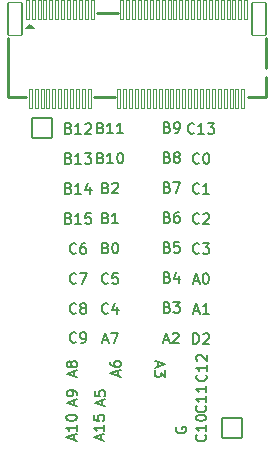
<source format=gbr>
G04 #@! TF.GenerationSoftware,KiCad,Pcbnew,(6.0.1)*
G04 #@! TF.CreationDate,2022-02-14T15:35:13+08:00*
G04 #@! TF.ProjectId,Test_Board,54657374-5f42-46f6-9172-642e6b696361,rev?*
G04 #@! TF.SameCoordinates,Original*
G04 #@! TF.FileFunction,Legend,Top*
G04 #@! TF.FilePolarity,Positive*
%FSLAX46Y46*%
G04 Gerber Fmt 4.6, Leading zero omitted, Abs format (unit mm)*
G04 Created by KiCad (PCBNEW (6.0.1)) date 2022-02-14 15:35:13*
%MOMM*%
%LPD*%
G01*
G04 APERTURE LIST*
G04 Aperture macros list*
%AMRoundRect*
0 Rectangle with rounded corners*
0 $1 Rounding radius*
0 $2 $3 $4 $5 $6 $7 $8 $9 X,Y pos of 4 corners*
0 Add a 4 corners polygon primitive as box body*
4,1,4,$2,$3,$4,$5,$6,$7,$8,$9,$2,$3,0*
0 Add four circle primitives for the rounded corners*
1,1,$1+$1,$2,$3*
1,1,$1+$1,$4,$5*
1,1,$1+$1,$6,$7*
1,1,$1+$1,$8,$9*
0 Add four rect primitives between the rounded corners*
20,1,$1+$1,$2,$3,$4,$5,0*
20,1,$1+$1,$4,$5,$6,$7,0*
20,1,$1+$1,$6,$7,$8,$9,0*
20,1,$1+$1,$8,$9,$2,$3,0*%
G04 Aperture macros list end*
%ADD10C,0.127000*%
%ADD11C,0.005100*%
%ADD12C,0.254000*%
%ADD13RoundRect,0.050800X-0.600000X-1.375000X0.600000X-1.375000X0.600000X1.375000X-0.600000X1.375000X0*%
%ADD14RoundRect,0.050800X-0.150000X-0.775000X0.150000X-0.775000X0.150000X0.775000X-0.150000X0.775000X0*%
%ADD15C,1.201600*%
%ADD16C,1.701600*%
%ADD17RoundRect,0.050800X0.850000X0.850000X-0.850000X0.850000X-0.850000X-0.850000X0.850000X-0.850000X0*%
%ADD18O,1.801600X1.801600*%
%ADD19O,1.101600X1.701600*%
%ADD20O,1.101600X2.201600*%
%ADD21C,0.751600*%
%ADD22RoundRect,0.050800X-0.850000X-0.850000X0.850000X-0.850000X0.850000X0.850000X-0.850000X0.850000X0*%
G04 APERTURE END LIST*
D10*
X130698696Y-81979567D02*
X130698696Y-82402900D01*
X130444696Y-81894900D02*
X131333696Y-82191233D01*
X130444696Y-82487567D01*
X131333696Y-82699233D02*
X131333696Y-83249567D01*
X130995029Y-82953233D01*
X130995029Y-83080233D01*
X130952696Y-83164900D01*
X130910363Y-83207233D01*
X130825696Y-83249567D01*
X130614029Y-83249567D01*
X130529363Y-83207233D01*
X130487029Y-83164900D01*
X130444696Y-83080233D01*
X130444696Y-82826233D01*
X130487029Y-82741567D01*
X130529363Y-82699233D01*
X127312029Y-83173367D02*
X127312029Y-82750033D01*
X127566029Y-83258033D02*
X126677029Y-82961700D01*
X127566029Y-82665367D01*
X126677029Y-81988033D02*
X126677029Y-82157367D01*
X126719363Y-82242033D01*
X126761696Y-82284367D01*
X126888696Y-82369033D01*
X127058029Y-82411367D01*
X127396696Y-82411367D01*
X127481363Y-82369033D01*
X127523696Y-82326700D01*
X127566029Y-82242033D01*
X127566029Y-82072700D01*
X127523696Y-81988033D01*
X127481363Y-81945700D01*
X127396696Y-81903367D01*
X127185029Y-81903367D01*
X127100363Y-81945700D01*
X127058029Y-81988033D01*
X127015696Y-82072700D01*
X127015696Y-82242033D01*
X127058029Y-82326700D01*
X127100363Y-82369033D01*
X127185029Y-82411367D01*
X125940421Y-88600500D02*
X125940421Y-88177167D01*
X126194421Y-88685167D02*
X125305421Y-88388833D01*
X126194421Y-88092500D01*
X126194421Y-87330500D02*
X126194421Y-87838500D01*
X126194421Y-87584500D02*
X125305421Y-87584500D01*
X125432421Y-87669167D01*
X125517088Y-87753833D01*
X125559421Y-87838500D01*
X125305421Y-86526167D02*
X125305421Y-86949500D01*
X125728755Y-86991833D01*
X125686421Y-86949500D01*
X125644088Y-86864833D01*
X125644088Y-86653167D01*
X125686421Y-86568500D01*
X125728755Y-86526167D01*
X125813421Y-86483833D01*
X126025088Y-86483833D01*
X126109755Y-86526167D01*
X126152088Y-86568500D01*
X126194421Y-86653167D01*
X126194421Y-86864833D01*
X126152088Y-86949500D01*
X126109755Y-86991833D01*
X125991221Y-85687967D02*
X125991221Y-85264633D01*
X126245221Y-85772633D02*
X125356221Y-85476300D01*
X126245221Y-85179967D01*
X125356221Y-84460300D02*
X125356221Y-84883633D01*
X125779555Y-84925967D01*
X125737221Y-84883633D01*
X125694888Y-84798967D01*
X125694888Y-84587300D01*
X125737221Y-84502633D01*
X125779555Y-84460300D01*
X125864221Y-84417967D01*
X126075888Y-84417967D01*
X126160555Y-84460300D01*
X126202888Y-84502633D01*
X126245221Y-84587300D01*
X126245221Y-84798967D01*
X126202888Y-84883633D01*
X126160555Y-84925967D01*
X132281963Y-87537933D02*
X132239629Y-87622600D01*
X132239629Y-87749600D01*
X132281963Y-87876600D01*
X132366629Y-87961267D01*
X132451296Y-88003600D01*
X132620629Y-88045933D01*
X132747629Y-88045933D01*
X132916963Y-88003600D01*
X133001629Y-87961267D01*
X133086296Y-87876600D01*
X133128629Y-87749600D01*
X133128629Y-87664933D01*
X133086296Y-87537933D01*
X133043963Y-87495600D01*
X132747629Y-87495600D01*
X132747629Y-87664933D01*
X134229296Y-70232067D02*
X134186963Y-70274400D01*
X134059963Y-70316733D01*
X133975296Y-70316733D01*
X133848296Y-70274400D01*
X133763629Y-70189733D01*
X133721296Y-70105067D01*
X133678963Y-69935733D01*
X133678963Y-69808733D01*
X133721296Y-69639400D01*
X133763629Y-69554733D01*
X133848296Y-69470067D01*
X133975296Y-69427733D01*
X134059963Y-69427733D01*
X134186963Y-69470067D01*
X134229296Y-69512400D01*
X134567963Y-69512400D02*
X134610296Y-69470067D01*
X134694963Y-69427733D01*
X134906629Y-69427733D01*
X134991296Y-69470067D01*
X135033629Y-69512400D01*
X135075963Y-69597067D01*
X135075963Y-69681733D01*
X135033629Y-69808733D01*
X134525629Y-70316733D01*
X135075963Y-70316733D01*
X134229296Y-65152067D02*
X134186963Y-65194400D01*
X134059963Y-65236733D01*
X133975296Y-65236733D01*
X133848296Y-65194400D01*
X133763629Y-65109733D01*
X133721296Y-65025067D01*
X133678963Y-64855733D01*
X133678963Y-64728733D01*
X133721296Y-64559400D01*
X133763629Y-64474733D01*
X133848296Y-64390067D01*
X133975296Y-64347733D01*
X134059963Y-64347733D01*
X134186963Y-64390067D01*
X134229296Y-64432400D01*
X134779629Y-64347733D02*
X134864296Y-64347733D01*
X134948963Y-64390067D01*
X134991296Y-64432400D01*
X135033629Y-64517067D01*
X135075963Y-64686400D01*
X135075963Y-64898067D01*
X135033629Y-65067400D01*
X134991296Y-65152067D01*
X134948963Y-65194400D01*
X134864296Y-65236733D01*
X134779629Y-65236733D01*
X134694963Y-65194400D01*
X134652629Y-65152067D01*
X134610296Y-65067400D01*
X134567963Y-64898067D01*
X134567963Y-64686400D01*
X134610296Y-64517067D01*
X134652629Y-64432400D01*
X134694963Y-64390067D01*
X134779629Y-64347733D01*
X133805963Y-62586667D02*
X133763629Y-62629000D01*
X133636629Y-62671333D01*
X133551963Y-62671333D01*
X133424963Y-62629000D01*
X133340296Y-62544333D01*
X133297963Y-62459667D01*
X133255629Y-62290333D01*
X133255629Y-62163333D01*
X133297963Y-61994000D01*
X133340296Y-61909333D01*
X133424963Y-61824667D01*
X133551963Y-61782333D01*
X133636629Y-61782333D01*
X133763629Y-61824667D01*
X133805963Y-61867000D01*
X134652629Y-62671333D02*
X134144629Y-62671333D01*
X134398629Y-62671333D02*
X134398629Y-61782333D01*
X134313963Y-61909333D01*
X134229296Y-61994000D01*
X134144629Y-62036333D01*
X134948963Y-61782333D02*
X135499296Y-61782333D01*
X135202963Y-62121000D01*
X135329963Y-62121000D01*
X135414629Y-62163333D01*
X135456963Y-62205667D01*
X135499296Y-62290333D01*
X135499296Y-62502000D01*
X135456963Y-62586667D01*
X135414629Y-62629000D01*
X135329963Y-62671333D01*
X135075963Y-62671333D01*
X134991296Y-62629000D01*
X134948963Y-62586667D01*
X131503029Y-64694867D02*
X131630029Y-64737200D01*
X131672363Y-64779533D01*
X131714696Y-64864200D01*
X131714696Y-64991200D01*
X131672363Y-65075867D01*
X131630029Y-65118200D01*
X131545363Y-65160533D01*
X131206696Y-65160533D01*
X131206696Y-64271533D01*
X131503029Y-64271533D01*
X131587696Y-64313867D01*
X131630029Y-64356200D01*
X131672363Y-64440867D01*
X131672363Y-64525533D01*
X131630029Y-64610200D01*
X131587696Y-64652533D01*
X131503029Y-64694867D01*
X131206696Y-64694867D01*
X132222696Y-64652533D02*
X132138029Y-64610200D01*
X132095696Y-64567867D01*
X132053363Y-64483200D01*
X132053363Y-64440867D01*
X132095696Y-64356200D01*
X132138029Y-64313867D01*
X132222696Y-64271533D01*
X132392029Y-64271533D01*
X132476696Y-64313867D01*
X132519029Y-64356200D01*
X132561363Y-64440867D01*
X132561363Y-64483200D01*
X132519029Y-64567867D01*
X132476696Y-64610200D01*
X132392029Y-64652533D01*
X132222696Y-64652533D01*
X132138029Y-64694867D01*
X132095696Y-64737200D01*
X132053363Y-64821867D01*
X132053363Y-64991200D01*
X132095696Y-65075867D01*
X132138029Y-65118200D01*
X132222696Y-65160533D01*
X132392029Y-65160533D01*
X132476696Y-65118200D01*
X132519029Y-65075867D01*
X132561363Y-64991200D01*
X132561363Y-64821867D01*
X132519029Y-64737200D01*
X132476696Y-64694867D01*
X132392029Y-64652533D01*
X131503029Y-77394867D02*
X131630029Y-77437200D01*
X131672363Y-77479533D01*
X131714696Y-77564200D01*
X131714696Y-77691200D01*
X131672363Y-77775867D01*
X131630029Y-77818200D01*
X131545363Y-77860533D01*
X131206696Y-77860533D01*
X131206696Y-76971533D01*
X131503029Y-76971533D01*
X131587696Y-77013867D01*
X131630029Y-77056200D01*
X131672363Y-77140867D01*
X131672363Y-77225533D01*
X131630029Y-77310200D01*
X131587696Y-77352533D01*
X131503029Y-77394867D01*
X131206696Y-77394867D01*
X132011029Y-76971533D02*
X132561363Y-76971533D01*
X132265029Y-77310200D01*
X132392029Y-77310200D01*
X132476696Y-77352533D01*
X132519029Y-77394867D01*
X132561363Y-77479533D01*
X132561363Y-77691200D01*
X132519029Y-77775867D01*
X132476696Y-77818200D01*
X132392029Y-77860533D01*
X132138029Y-77860533D01*
X132053363Y-77818200D01*
X132011029Y-77775867D01*
X133742463Y-77682733D02*
X134165796Y-77682733D01*
X133657796Y-77936733D02*
X133954129Y-77047733D01*
X134250463Y-77936733D01*
X135012463Y-77936733D02*
X134504463Y-77936733D01*
X134758463Y-77936733D02*
X134758463Y-77047733D01*
X134673796Y-77174733D01*
X134589129Y-77259400D01*
X134504463Y-77301733D01*
X131503029Y-74854867D02*
X131630029Y-74897200D01*
X131672363Y-74939533D01*
X131714696Y-75024200D01*
X131714696Y-75151200D01*
X131672363Y-75235867D01*
X131630029Y-75278200D01*
X131545363Y-75320533D01*
X131206696Y-75320533D01*
X131206696Y-74431533D01*
X131503029Y-74431533D01*
X131587696Y-74473867D01*
X131630029Y-74516200D01*
X131672363Y-74600867D01*
X131672363Y-74685533D01*
X131630029Y-74770200D01*
X131587696Y-74812533D01*
X131503029Y-74854867D01*
X131206696Y-74854867D01*
X132476696Y-74727867D02*
X132476696Y-75320533D01*
X132265029Y-74389200D02*
X132053363Y-75024200D01*
X132603696Y-75024200D01*
X133742463Y-75142733D02*
X134165796Y-75142733D01*
X133657796Y-75396733D02*
X133954129Y-74507733D01*
X134250463Y-75396733D01*
X134716129Y-74507733D02*
X134800796Y-74507733D01*
X134885463Y-74550067D01*
X134927796Y-74592400D01*
X134970129Y-74677067D01*
X135012463Y-74846400D01*
X135012463Y-75058067D01*
X134970129Y-75227400D01*
X134927796Y-75312067D01*
X134885463Y-75354400D01*
X134800796Y-75396733D01*
X134716129Y-75396733D01*
X134631463Y-75354400D01*
X134589129Y-75312067D01*
X134546796Y-75227400D01*
X134504463Y-75058067D01*
X134504463Y-74846400D01*
X134546796Y-74677067D01*
X134589129Y-74592400D01*
X134631463Y-74550067D01*
X134716129Y-74507733D01*
X131503029Y-72314867D02*
X131630029Y-72357200D01*
X131672363Y-72399533D01*
X131714696Y-72484200D01*
X131714696Y-72611200D01*
X131672363Y-72695867D01*
X131630029Y-72738200D01*
X131545363Y-72780533D01*
X131206696Y-72780533D01*
X131206696Y-71891533D01*
X131503029Y-71891533D01*
X131587696Y-71933867D01*
X131630029Y-71976200D01*
X131672363Y-72060867D01*
X131672363Y-72145533D01*
X131630029Y-72230200D01*
X131587696Y-72272533D01*
X131503029Y-72314867D01*
X131206696Y-72314867D01*
X132519029Y-71891533D02*
X132095696Y-71891533D01*
X132053363Y-72314867D01*
X132095696Y-72272533D01*
X132180363Y-72230200D01*
X132392029Y-72230200D01*
X132476696Y-72272533D01*
X132519029Y-72314867D01*
X132561363Y-72399533D01*
X132561363Y-72611200D01*
X132519029Y-72695867D01*
X132476696Y-72738200D01*
X132392029Y-72780533D01*
X132180363Y-72780533D01*
X132095696Y-72738200D01*
X132053363Y-72695867D01*
X131503029Y-67234867D02*
X131630029Y-67277200D01*
X131672363Y-67319533D01*
X131714696Y-67404200D01*
X131714696Y-67531200D01*
X131672363Y-67615867D01*
X131630029Y-67658200D01*
X131545363Y-67700533D01*
X131206696Y-67700533D01*
X131206696Y-66811533D01*
X131503029Y-66811533D01*
X131587696Y-66853867D01*
X131630029Y-66896200D01*
X131672363Y-66980867D01*
X131672363Y-67065533D01*
X131630029Y-67150200D01*
X131587696Y-67192533D01*
X131503029Y-67234867D01*
X131206696Y-67234867D01*
X132011029Y-66811533D02*
X132603696Y-66811533D01*
X132222696Y-67700533D01*
X134229296Y-67692067D02*
X134186963Y-67734400D01*
X134059963Y-67776733D01*
X133975296Y-67776733D01*
X133848296Y-67734400D01*
X133763629Y-67649733D01*
X133721296Y-67565067D01*
X133678963Y-67395733D01*
X133678963Y-67268733D01*
X133721296Y-67099400D01*
X133763629Y-67014733D01*
X133848296Y-66930067D01*
X133975296Y-66887733D01*
X134059963Y-66887733D01*
X134186963Y-66930067D01*
X134229296Y-66972400D01*
X135075963Y-67776733D02*
X134567963Y-67776733D01*
X134821963Y-67776733D02*
X134821963Y-66887733D01*
X134737296Y-67014733D01*
X134652629Y-67099400D01*
X134567963Y-67141733D01*
X131503029Y-62154867D02*
X131630029Y-62197200D01*
X131672363Y-62239533D01*
X131714696Y-62324200D01*
X131714696Y-62451200D01*
X131672363Y-62535867D01*
X131630029Y-62578200D01*
X131545363Y-62620533D01*
X131206696Y-62620533D01*
X131206696Y-61731533D01*
X131503029Y-61731533D01*
X131587696Y-61773867D01*
X131630029Y-61816200D01*
X131672363Y-61900867D01*
X131672363Y-61985533D01*
X131630029Y-62070200D01*
X131587696Y-62112533D01*
X131503029Y-62154867D01*
X131206696Y-62154867D01*
X132138029Y-62620533D02*
X132307363Y-62620533D01*
X132392029Y-62578200D01*
X132434363Y-62535867D01*
X132519029Y-62408867D01*
X132561363Y-62239533D01*
X132561363Y-61900867D01*
X132519029Y-61816200D01*
X132476696Y-61773867D01*
X132392029Y-61731533D01*
X132222696Y-61731533D01*
X132138029Y-61773867D01*
X132095696Y-61816200D01*
X132053363Y-61900867D01*
X132053363Y-62112533D01*
X132095696Y-62197200D01*
X132138029Y-62239533D01*
X132222696Y-62281867D01*
X132392029Y-62281867D01*
X132476696Y-62239533D01*
X132519029Y-62197200D01*
X132561363Y-62112533D01*
X134229296Y-72772067D02*
X134186963Y-72814400D01*
X134059963Y-72856733D01*
X133975296Y-72856733D01*
X133848296Y-72814400D01*
X133763629Y-72729733D01*
X133721296Y-72645067D01*
X133678963Y-72475733D01*
X133678963Y-72348733D01*
X133721296Y-72179400D01*
X133763629Y-72094733D01*
X133848296Y-72010067D01*
X133975296Y-71967733D01*
X134059963Y-71967733D01*
X134186963Y-72010067D01*
X134229296Y-72052400D01*
X134525629Y-71967733D02*
X135075963Y-71967733D01*
X134779629Y-72306400D01*
X134906629Y-72306400D01*
X134991296Y-72348733D01*
X135033629Y-72391067D01*
X135075963Y-72475733D01*
X135075963Y-72687400D01*
X135033629Y-72772067D01*
X134991296Y-72814400D01*
X134906629Y-72856733D01*
X134652629Y-72856733D01*
X134567963Y-72814400D01*
X134525629Y-72772067D01*
X131503029Y-69774867D02*
X131630029Y-69817200D01*
X131672363Y-69859533D01*
X131714696Y-69944200D01*
X131714696Y-70071200D01*
X131672363Y-70155867D01*
X131630029Y-70198200D01*
X131545363Y-70240533D01*
X131206696Y-70240533D01*
X131206696Y-69351533D01*
X131503029Y-69351533D01*
X131587696Y-69393867D01*
X131630029Y-69436200D01*
X131672363Y-69520867D01*
X131672363Y-69605533D01*
X131630029Y-69690200D01*
X131587696Y-69732533D01*
X131503029Y-69774867D01*
X131206696Y-69774867D01*
X132476696Y-69351533D02*
X132307363Y-69351533D01*
X132222696Y-69393867D01*
X132180363Y-69436200D01*
X132095696Y-69563200D01*
X132053363Y-69732533D01*
X132053363Y-70071200D01*
X132095696Y-70155867D01*
X132138029Y-70198200D01*
X132222696Y-70240533D01*
X132392029Y-70240533D01*
X132476696Y-70198200D01*
X132519029Y-70155867D01*
X132561363Y-70071200D01*
X132561363Y-69859533D01*
X132519029Y-69774867D01*
X132476696Y-69732533D01*
X132392029Y-69690200D01*
X132222696Y-69690200D01*
X132138029Y-69732533D01*
X132095696Y-69774867D01*
X132053363Y-69859533D01*
X126321429Y-67260267D02*
X126448429Y-67302600D01*
X126490763Y-67344933D01*
X126533096Y-67429600D01*
X126533096Y-67556600D01*
X126490763Y-67641267D01*
X126448429Y-67683600D01*
X126363763Y-67725933D01*
X126025096Y-67725933D01*
X126025096Y-66836933D01*
X126321429Y-66836933D01*
X126406096Y-66879267D01*
X126448429Y-66921600D01*
X126490763Y-67006267D01*
X126490763Y-67090933D01*
X126448429Y-67175600D01*
X126406096Y-67217933D01*
X126321429Y-67260267D01*
X126025096Y-67260267D01*
X126871763Y-66921600D02*
X126914096Y-66879267D01*
X126998763Y-66836933D01*
X127210429Y-66836933D01*
X127295096Y-66879267D01*
X127337429Y-66921600D01*
X127379763Y-67006267D01*
X127379763Y-67090933D01*
X127337429Y-67217933D01*
X126829429Y-67725933D01*
X127379763Y-67725933D01*
X126533096Y-77826667D02*
X126490763Y-77869000D01*
X126363763Y-77911333D01*
X126279096Y-77911333D01*
X126152096Y-77869000D01*
X126067429Y-77784333D01*
X126025096Y-77699667D01*
X125982763Y-77530333D01*
X125982763Y-77403333D01*
X126025096Y-77234000D01*
X126067429Y-77149333D01*
X126152096Y-77064667D01*
X126279096Y-77022333D01*
X126363763Y-77022333D01*
X126490763Y-77064667D01*
X126533096Y-77107000D01*
X127295096Y-77318667D02*
X127295096Y-77911333D01*
X127083429Y-76980000D02*
X126871763Y-77615000D01*
X127422096Y-77615000D01*
X126321429Y-69800267D02*
X126448429Y-69842600D01*
X126490763Y-69884933D01*
X126533096Y-69969600D01*
X126533096Y-70096600D01*
X126490763Y-70181267D01*
X126448429Y-70223600D01*
X126363763Y-70265933D01*
X126025096Y-70265933D01*
X126025096Y-69376933D01*
X126321429Y-69376933D01*
X126406096Y-69419267D01*
X126448429Y-69461600D01*
X126490763Y-69546267D01*
X126490763Y-69630933D01*
X126448429Y-69715600D01*
X126406096Y-69757933D01*
X126321429Y-69800267D01*
X126025096Y-69800267D01*
X127379763Y-70265933D02*
X126871763Y-70265933D01*
X127125763Y-70265933D02*
X127125763Y-69376933D01*
X127041096Y-69503933D01*
X126956429Y-69588600D01*
X126871763Y-69630933D01*
X125898096Y-62180267D02*
X126025096Y-62222600D01*
X126067429Y-62264933D01*
X126109763Y-62349600D01*
X126109763Y-62476600D01*
X126067429Y-62561267D01*
X126025096Y-62603600D01*
X125940429Y-62645933D01*
X125601763Y-62645933D01*
X125601763Y-61756933D01*
X125898096Y-61756933D01*
X125982763Y-61799267D01*
X126025096Y-61841600D01*
X126067429Y-61926267D01*
X126067429Y-62010933D01*
X126025096Y-62095600D01*
X125982763Y-62137933D01*
X125898096Y-62180267D01*
X125601763Y-62180267D01*
X126956429Y-62645933D02*
X126448429Y-62645933D01*
X126702429Y-62645933D02*
X126702429Y-61756933D01*
X126617763Y-61883933D01*
X126533096Y-61968600D01*
X126448429Y-62010933D01*
X127803096Y-62645933D02*
X127295096Y-62645933D01*
X127549096Y-62645933D02*
X127549096Y-61756933D01*
X127464429Y-61883933D01*
X127379763Y-61968600D01*
X127295096Y-62010933D01*
X123815296Y-77826667D02*
X123772963Y-77869000D01*
X123645963Y-77911333D01*
X123561296Y-77911333D01*
X123434296Y-77869000D01*
X123349629Y-77784333D01*
X123307296Y-77699667D01*
X123264963Y-77530333D01*
X123264963Y-77403333D01*
X123307296Y-77234000D01*
X123349629Y-77149333D01*
X123434296Y-77064667D01*
X123561296Y-77022333D01*
X123645963Y-77022333D01*
X123772963Y-77064667D01*
X123815296Y-77107000D01*
X124323296Y-77403333D02*
X124238629Y-77361000D01*
X124196296Y-77318667D01*
X124153963Y-77234000D01*
X124153963Y-77191667D01*
X124196296Y-77107000D01*
X124238629Y-77064667D01*
X124323296Y-77022333D01*
X124492629Y-77022333D01*
X124577296Y-77064667D01*
X124619629Y-77107000D01*
X124661963Y-77191667D01*
X124661963Y-77234000D01*
X124619629Y-77318667D01*
X124577296Y-77361000D01*
X124492629Y-77403333D01*
X124323296Y-77403333D01*
X124238629Y-77445667D01*
X124196296Y-77488000D01*
X124153963Y-77572667D01*
X124153963Y-77742000D01*
X124196296Y-77826667D01*
X124238629Y-77869000D01*
X124323296Y-77911333D01*
X124492629Y-77911333D01*
X124577296Y-77869000D01*
X124619629Y-77826667D01*
X124661963Y-77742000D01*
X124661963Y-77572667D01*
X124619629Y-77488000D01*
X124577296Y-77445667D01*
X124492629Y-77403333D01*
X123815296Y-75286667D02*
X123772963Y-75329000D01*
X123645963Y-75371333D01*
X123561296Y-75371333D01*
X123434296Y-75329000D01*
X123349629Y-75244333D01*
X123307296Y-75159667D01*
X123264963Y-74990333D01*
X123264963Y-74863333D01*
X123307296Y-74694000D01*
X123349629Y-74609333D01*
X123434296Y-74524667D01*
X123561296Y-74482333D01*
X123645963Y-74482333D01*
X123772963Y-74524667D01*
X123815296Y-74567000D01*
X124111629Y-74482333D02*
X124704296Y-74482333D01*
X124323296Y-75371333D01*
X123180296Y-64745667D02*
X123307296Y-64788000D01*
X123349629Y-64830333D01*
X123391963Y-64915000D01*
X123391963Y-65042000D01*
X123349629Y-65126667D01*
X123307296Y-65169000D01*
X123222629Y-65211333D01*
X122883963Y-65211333D01*
X122883963Y-64322333D01*
X123180296Y-64322333D01*
X123264963Y-64364667D01*
X123307296Y-64407000D01*
X123349629Y-64491667D01*
X123349629Y-64576333D01*
X123307296Y-64661000D01*
X123264963Y-64703333D01*
X123180296Y-64745667D01*
X122883963Y-64745667D01*
X124238629Y-65211333D02*
X123730629Y-65211333D01*
X123984629Y-65211333D02*
X123984629Y-64322333D01*
X123899963Y-64449333D01*
X123815296Y-64534000D01*
X123730629Y-64576333D01*
X124534963Y-64322333D02*
X125085296Y-64322333D01*
X124788963Y-64661000D01*
X124915963Y-64661000D01*
X125000629Y-64703333D01*
X125042963Y-64745667D01*
X125085296Y-64830333D01*
X125085296Y-65042000D01*
X125042963Y-65126667D01*
X125000629Y-65169000D01*
X124915963Y-65211333D01*
X124661963Y-65211333D01*
X124577296Y-65169000D01*
X124534963Y-65126667D01*
X123180296Y-62205667D02*
X123307296Y-62248000D01*
X123349629Y-62290333D01*
X123391963Y-62375000D01*
X123391963Y-62502000D01*
X123349629Y-62586667D01*
X123307296Y-62629000D01*
X123222629Y-62671333D01*
X122883963Y-62671333D01*
X122883963Y-61782333D01*
X123180296Y-61782333D01*
X123264963Y-61824667D01*
X123307296Y-61867000D01*
X123349629Y-61951667D01*
X123349629Y-62036333D01*
X123307296Y-62121000D01*
X123264963Y-62163333D01*
X123180296Y-62205667D01*
X122883963Y-62205667D01*
X124238629Y-62671333D02*
X123730629Y-62671333D01*
X123984629Y-62671333D02*
X123984629Y-61782333D01*
X123899963Y-61909333D01*
X123815296Y-61994000D01*
X123730629Y-62036333D01*
X124577296Y-61867000D02*
X124619629Y-61824667D01*
X124704296Y-61782333D01*
X124915963Y-61782333D01*
X125000629Y-61824667D01*
X125042963Y-61867000D01*
X125085296Y-61951667D01*
X125085296Y-62036333D01*
X125042963Y-62163333D01*
X124534963Y-62671333D01*
X125085296Y-62671333D01*
X123180296Y-67285667D02*
X123307296Y-67328000D01*
X123349629Y-67370333D01*
X123391963Y-67455000D01*
X123391963Y-67582000D01*
X123349629Y-67666667D01*
X123307296Y-67709000D01*
X123222629Y-67751333D01*
X122883963Y-67751333D01*
X122883963Y-66862333D01*
X123180296Y-66862333D01*
X123264963Y-66904667D01*
X123307296Y-66947000D01*
X123349629Y-67031667D01*
X123349629Y-67116333D01*
X123307296Y-67201000D01*
X123264963Y-67243333D01*
X123180296Y-67285667D01*
X122883963Y-67285667D01*
X124238629Y-67751333D02*
X123730629Y-67751333D01*
X123984629Y-67751333D02*
X123984629Y-66862333D01*
X123899963Y-66989333D01*
X123815296Y-67074000D01*
X123730629Y-67116333D01*
X125000629Y-67158667D02*
X125000629Y-67751333D01*
X124788963Y-66820000D02*
X124577296Y-67455000D01*
X125127629Y-67455000D01*
X123815296Y-72746667D02*
X123772963Y-72789000D01*
X123645963Y-72831333D01*
X123561296Y-72831333D01*
X123434296Y-72789000D01*
X123349629Y-72704333D01*
X123307296Y-72619667D01*
X123264963Y-72450333D01*
X123264963Y-72323333D01*
X123307296Y-72154000D01*
X123349629Y-72069333D01*
X123434296Y-71984667D01*
X123561296Y-71942333D01*
X123645963Y-71942333D01*
X123772963Y-71984667D01*
X123815296Y-72027000D01*
X124577296Y-71942333D02*
X124407963Y-71942333D01*
X124323296Y-71984667D01*
X124280963Y-72027000D01*
X124196296Y-72154000D01*
X124153963Y-72323333D01*
X124153963Y-72662000D01*
X124196296Y-72746667D01*
X124238629Y-72789000D01*
X124323296Y-72831333D01*
X124492629Y-72831333D01*
X124577296Y-72789000D01*
X124619629Y-72746667D01*
X124661963Y-72662000D01*
X124661963Y-72450333D01*
X124619629Y-72365667D01*
X124577296Y-72323333D01*
X124492629Y-72281000D01*
X124323296Y-72281000D01*
X124238629Y-72323333D01*
X124196296Y-72365667D01*
X124153963Y-72450333D01*
X123180296Y-69825667D02*
X123307296Y-69868000D01*
X123349629Y-69910333D01*
X123391963Y-69995000D01*
X123391963Y-70122000D01*
X123349629Y-70206667D01*
X123307296Y-70249000D01*
X123222629Y-70291333D01*
X122883963Y-70291333D01*
X122883963Y-69402333D01*
X123180296Y-69402333D01*
X123264963Y-69444667D01*
X123307296Y-69487000D01*
X123349629Y-69571667D01*
X123349629Y-69656333D01*
X123307296Y-69741000D01*
X123264963Y-69783333D01*
X123180296Y-69825667D01*
X122883963Y-69825667D01*
X124238629Y-70291333D02*
X123730629Y-70291333D01*
X123984629Y-70291333D02*
X123984629Y-69402333D01*
X123899963Y-69529333D01*
X123815296Y-69614000D01*
X123730629Y-69656333D01*
X125042963Y-69402333D02*
X124619629Y-69402333D01*
X124577296Y-69825667D01*
X124619629Y-69783333D01*
X124704296Y-69741000D01*
X124915963Y-69741000D01*
X125000629Y-69783333D01*
X125042963Y-69825667D01*
X125085296Y-69910333D01*
X125085296Y-70122000D01*
X125042963Y-70206667D01*
X125000629Y-70249000D01*
X124915963Y-70291333D01*
X124704296Y-70291333D01*
X124619629Y-70249000D01*
X124577296Y-70206667D01*
X134745763Y-88189867D02*
X134788096Y-88232200D01*
X134830429Y-88359200D01*
X134830429Y-88443867D01*
X134788096Y-88570867D01*
X134703429Y-88655533D01*
X134618763Y-88697867D01*
X134449429Y-88740200D01*
X134322429Y-88740200D01*
X134153096Y-88697867D01*
X134068429Y-88655533D01*
X133983763Y-88570867D01*
X133941429Y-88443867D01*
X133941429Y-88359200D01*
X133983763Y-88232200D01*
X134026096Y-88189867D01*
X134830429Y-87343200D02*
X134830429Y-87851200D01*
X134830429Y-87597200D02*
X133941429Y-87597200D01*
X134068429Y-87681867D01*
X134153096Y-87766533D01*
X134195429Y-87851200D01*
X133941429Y-86792867D02*
X133941429Y-86708200D01*
X133983763Y-86623533D01*
X134026096Y-86581200D01*
X134110763Y-86538867D01*
X134280096Y-86496533D01*
X134491763Y-86496533D01*
X134661096Y-86538867D01*
X134745763Y-86581200D01*
X134788096Y-86623533D01*
X134830429Y-86708200D01*
X134830429Y-86792867D01*
X134788096Y-86877533D01*
X134745763Y-86919867D01*
X134661096Y-86962200D01*
X134491763Y-87004533D01*
X134280096Y-87004533D01*
X134110763Y-86962200D01*
X134026096Y-86919867D01*
X133983763Y-86877533D01*
X133941429Y-86792867D01*
X123603629Y-88600500D02*
X123603629Y-88177167D01*
X123857629Y-88685167D02*
X122968629Y-88388833D01*
X123857629Y-88092500D01*
X123857629Y-87330500D02*
X123857629Y-87838500D01*
X123857629Y-87584500D02*
X122968629Y-87584500D01*
X123095629Y-87669167D01*
X123180296Y-87753833D01*
X123222629Y-87838500D01*
X122968629Y-86780167D02*
X122968629Y-86695500D01*
X123010963Y-86610833D01*
X123053296Y-86568500D01*
X123137963Y-86526167D01*
X123307296Y-86483833D01*
X123518963Y-86483833D01*
X123688296Y-86526167D01*
X123772963Y-86568500D01*
X123815296Y-86610833D01*
X123857629Y-86695500D01*
X123857629Y-86780167D01*
X123815296Y-86864833D01*
X123772963Y-86907167D01*
X123688296Y-86949500D01*
X123518963Y-86991833D01*
X123307296Y-86991833D01*
X123137963Y-86949500D01*
X123053296Y-86907167D01*
X123010963Y-86864833D01*
X122968629Y-86780167D01*
X134745763Y-85726067D02*
X134788096Y-85768400D01*
X134830429Y-85895400D01*
X134830429Y-85980067D01*
X134788096Y-86107067D01*
X134703429Y-86191733D01*
X134618763Y-86234067D01*
X134449429Y-86276400D01*
X134322429Y-86276400D01*
X134153096Y-86234067D01*
X134068429Y-86191733D01*
X133983763Y-86107067D01*
X133941429Y-85980067D01*
X133941429Y-85895400D01*
X133983763Y-85768400D01*
X134026096Y-85726067D01*
X134830429Y-84879400D02*
X134830429Y-85387400D01*
X134830429Y-85133400D02*
X133941429Y-85133400D01*
X134068429Y-85218067D01*
X134153096Y-85302733D01*
X134195429Y-85387400D01*
X134830429Y-84032733D02*
X134830429Y-84540733D01*
X134830429Y-84286733D02*
X133941429Y-84286733D01*
X134068429Y-84371400D01*
X134153096Y-84456067D01*
X134195429Y-84540733D01*
X123654429Y-85687967D02*
X123654429Y-85264633D01*
X123908429Y-85772633D02*
X123019429Y-85476300D01*
X123908429Y-85179967D01*
X123908429Y-84841300D02*
X123908429Y-84671967D01*
X123866096Y-84587300D01*
X123823763Y-84544967D01*
X123696763Y-84460300D01*
X123527429Y-84417967D01*
X123188763Y-84417967D01*
X123104096Y-84460300D01*
X123061763Y-84502633D01*
X123019429Y-84587300D01*
X123019429Y-84756633D01*
X123061763Y-84841300D01*
X123104096Y-84883633D01*
X123188763Y-84925967D01*
X123400429Y-84925967D01*
X123485096Y-84883633D01*
X123527429Y-84841300D01*
X123569763Y-84756633D01*
X123569763Y-84587300D01*
X123527429Y-84502633D01*
X123485096Y-84460300D01*
X123400429Y-84417967D01*
X134771163Y-83109867D02*
X134813496Y-83152200D01*
X134855829Y-83279200D01*
X134855829Y-83363867D01*
X134813496Y-83490867D01*
X134728829Y-83575533D01*
X134644163Y-83617867D01*
X134474829Y-83660200D01*
X134347829Y-83660200D01*
X134178496Y-83617867D01*
X134093829Y-83575533D01*
X134009163Y-83490867D01*
X133966829Y-83363867D01*
X133966829Y-83279200D01*
X134009163Y-83152200D01*
X134051496Y-83109867D01*
X134855829Y-82263200D02*
X134855829Y-82771200D01*
X134855829Y-82517200D02*
X133966829Y-82517200D01*
X134093829Y-82601867D01*
X134178496Y-82686533D01*
X134220829Y-82771200D01*
X134051496Y-81924533D02*
X134009163Y-81882200D01*
X133966829Y-81797533D01*
X133966829Y-81585867D01*
X134009163Y-81501200D01*
X134051496Y-81458867D01*
X134136163Y-81416533D01*
X134220829Y-81416533D01*
X134347829Y-81458867D01*
X134855829Y-81966867D01*
X134855829Y-81416533D01*
X123629029Y-83198767D02*
X123629029Y-82775433D01*
X123883029Y-83283433D02*
X122994029Y-82987100D01*
X123883029Y-82690767D01*
X123375029Y-82267433D02*
X123332696Y-82352100D01*
X123290363Y-82394433D01*
X123205696Y-82436767D01*
X123163363Y-82436767D01*
X123078696Y-82394433D01*
X123036363Y-82352100D01*
X122994029Y-82267433D01*
X122994029Y-82098100D01*
X123036363Y-82013433D01*
X123078696Y-81971100D01*
X123163363Y-81928767D01*
X123205696Y-81928767D01*
X123290363Y-81971100D01*
X123332696Y-82013433D01*
X123375029Y-82098100D01*
X123375029Y-82267433D01*
X123417363Y-82352100D01*
X123459696Y-82394433D01*
X123544363Y-82436767D01*
X123713696Y-82436767D01*
X123798363Y-82394433D01*
X123840696Y-82352100D01*
X123883029Y-82267433D01*
X123883029Y-82098100D01*
X123840696Y-82013433D01*
X123798363Y-81971100D01*
X123713696Y-81928767D01*
X123544363Y-81928767D01*
X123459696Y-81971100D01*
X123417363Y-82013433D01*
X123375029Y-82098100D01*
X133721296Y-80451333D02*
X133721296Y-79562333D01*
X133932963Y-79562333D01*
X134059963Y-79604667D01*
X134144629Y-79689333D01*
X134186963Y-79774000D01*
X134229296Y-79943333D01*
X134229296Y-80070333D01*
X134186963Y-80239667D01*
X134144629Y-80324333D01*
X134059963Y-80409000D01*
X133932963Y-80451333D01*
X133721296Y-80451333D01*
X134567963Y-79647000D02*
X134610296Y-79604667D01*
X134694963Y-79562333D01*
X134906629Y-79562333D01*
X134991296Y-79604667D01*
X135033629Y-79647000D01*
X135075963Y-79731667D01*
X135075963Y-79816333D01*
X135033629Y-79943333D01*
X134525629Y-80451333D01*
X135075963Y-80451333D01*
X131227863Y-80171933D02*
X131651196Y-80171933D01*
X131143196Y-80425933D02*
X131439529Y-79536933D01*
X131735863Y-80425933D01*
X131989863Y-79621600D02*
X132032196Y-79579267D01*
X132116863Y-79536933D01*
X132328529Y-79536933D01*
X132413196Y-79579267D01*
X132455529Y-79621600D01*
X132497863Y-79706267D01*
X132497863Y-79790933D01*
X132455529Y-79917933D01*
X131947529Y-80425933D01*
X132497863Y-80425933D01*
X126046263Y-80171933D02*
X126469596Y-80171933D01*
X125961596Y-80425933D02*
X126257929Y-79536933D01*
X126554263Y-80425933D01*
X126765929Y-79536933D02*
X127358596Y-79536933D01*
X126977596Y-80425933D01*
X123815296Y-80311422D02*
X123772963Y-80353755D01*
X123645963Y-80396088D01*
X123561296Y-80396088D01*
X123434296Y-80353755D01*
X123349629Y-80269088D01*
X123307296Y-80184422D01*
X123264963Y-80015088D01*
X123264963Y-79888088D01*
X123307296Y-79718755D01*
X123349629Y-79634088D01*
X123434296Y-79549422D01*
X123561296Y-79507088D01*
X123645963Y-79507088D01*
X123772963Y-79549422D01*
X123815296Y-79591755D01*
X124238629Y-80396088D02*
X124407963Y-80396088D01*
X124492629Y-80353755D01*
X124534963Y-80311422D01*
X124619629Y-80184422D01*
X124661963Y-80015088D01*
X124661963Y-79676422D01*
X124619629Y-79591755D01*
X124577296Y-79549422D01*
X124492629Y-79507088D01*
X124323296Y-79507088D01*
X124238629Y-79549422D01*
X124196296Y-79591755D01*
X124153963Y-79676422D01*
X124153963Y-79888088D01*
X124196296Y-79972755D01*
X124238629Y-80015088D01*
X124323296Y-80057422D01*
X124492629Y-80057422D01*
X124577296Y-80015088D01*
X124619629Y-79972755D01*
X124661963Y-79888088D01*
X126533096Y-75286667D02*
X126490763Y-75329000D01*
X126363763Y-75371333D01*
X126279096Y-75371333D01*
X126152096Y-75329000D01*
X126067429Y-75244333D01*
X126025096Y-75159667D01*
X125982763Y-74990333D01*
X125982763Y-74863333D01*
X126025096Y-74694000D01*
X126067429Y-74609333D01*
X126152096Y-74524667D01*
X126279096Y-74482333D01*
X126363763Y-74482333D01*
X126490763Y-74524667D01*
X126533096Y-74567000D01*
X127337429Y-74482333D02*
X126914096Y-74482333D01*
X126871763Y-74905667D01*
X126914096Y-74863333D01*
X126998763Y-74821000D01*
X127210429Y-74821000D01*
X127295096Y-74863333D01*
X127337429Y-74905667D01*
X127379763Y-74990333D01*
X127379763Y-75202000D01*
X127337429Y-75286667D01*
X127295096Y-75329000D01*
X127210429Y-75371333D01*
X126998763Y-75371333D01*
X126914096Y-75329000D01*
X126871763Y-75286667D01*
X126321429Y-72340267D02*
X126448429Y-72382600D01*
X126490763Y-72424933D01*
X126533096Y-72509600D01*
X126533096Y-72636600D01*
X126490763Y-72721267D01*
X126448429Y-72763600D01*
X126363763Y-72805933D01*
X126025096Y-72805933D01*
X126025096Y-71916933D01*
X126321429Y-71916933D01*
X126406096Y-71959267D01*
X126448429Y-72001600D01*
X126490763Y-72086267D01*
X126490763Y-72170933D01*
X126448429Y-72255600D01*
X126406096Y-72297933D01*
X126321429Y-72340267D01*
X126025096Y-72340267D01*
X127083429Y-71916933D02*
X127168096Y-71916933D01*
X127252763Y-71959267D01*
X127295096Y-72001600D01*
X127337429Y-72086267D01*
X127379763Y-72255600D01*
X127379763Y-72467267D01*
X127337429Y-72636600D01*
X127295096Y-72721267D01*
X127252763Y-72763600D01*
X127168096Y-72805933D01*
X127083429Y-72805933D01*
X126998763Y-72763600D01*
X126956429Y-72721267D01*
X126914096Y-72636600D01*
X126871763Y-72467267D01*
X126871763Y-72255600D01*
X126914096Y-72086267D01*
X126956429Y-72001600D01*
X126998763Y-71959267D01*
X127083429Y-71916933D01*
X125898096Y-64720267D02*
X126025096Y-64762600D01*
X126067429Y-64804933D01*
X126109763Y-64889600D01*
X126109763Y-65016600D01*
X126067429Y-65101267D01*
X126025096Y-65143600D01*
X125940429Y-65185933D01*
X125601763Y-65185933D01*
X125601763Y-64296933D01*
X125898096Y-64296933D01*
X125982763Y-64339267D01*
X126025096Y-64381600D01*
X126067429Y-64466267D01*
X126067429Y-64550933D01*
X126025096Y-64635600D01*
X125982763Y-64677933D01*
X125898096Y-64720267D01*
X125601763Y-64720267D01*
X126956429Y-65185933D02*
X126448429Y-65185933D01*
X126702429Y-65185933D02*
X126702429Y-64296933D01*
X126617763Y-64423933D01*
X126533096Y-64508600D01*
X126448429Y-64550933D01*
X127506763Y-64296933D02*
X127591429Y-64296933D01*
X127676096Y-64339267D01*
X127718429Y-64381600D01*
X127760763Y-64466267D01*
X127803096Y-64635600D01*
X127803096Y-64847267D01*
X127760763Y-65016600D01*
X127718429Y-65101267D01*
X127676096Y-65143600D01*
X127591429Y-65185933D01*
X127506763Y-65185933D01*
X127422096Y-65143600D01*
X127379763Y-65101267D01*
X127337429Y-65016600D01*
X127295096Y-64847267D01*
X127295096Y-64635600D01*
X127337429Y-64466267D01*
X127379763Y-64381600D01*
X127422096Y-64339267D01*
X127506763Y-64296933D01*
D11*
X119809062Y-53377866D02*
X119428062Y-53758866D01*
X119428062Y-53758866D02*
X120190062Y-53758866D01*
X120190062Y-53758866D02*
X119809062Y-53377866D01*
G36*
X120190062Y-53758866D02*
G01*
X119428062Y-53758866D01*
X119809062Y-53377866D01*
X120190062Y-53758866D01*
G37*
X120190062Y-53758866D02*
X119428062Y-53758866D01*
X119809062Y-53377866D01*
X120190062Y-53758866D01*
D12*
X118031062Y-59537366D02*
X118031062Y-54587466D01*
X139875062Y-57845666D02*
X139875062Y-59537366D01*
X139875062Y-59537366D02*
X138334162Y-59537366D01*
X125584162Y-52425366D02*
X127321862Y-52425366D01*
X127071962Y-59537366D02*
X125334162Y-59537366D01*
X139875062Y-54587466D02*
X139875062Y-57116866D01*
X119571862Y-59537366D02*
X118031062Y-59537366D01*
%LPC*%
D13*
X139303062Y-52981366D03*
X118603062Y-52981366D03*
D14*
X138202962Y-52206466D03*
X137953062Y-59756366D03*
X137703062Y-52206466D03*
X137453162Y-59756366D03*
X137202962Y-52206466D03*
X136953062Y-59756366D03*
X136703062Y-52206466D03*
X136453162Y-59756366D03*
X136202962Y-52206466D03*
X135953062Y-59756366D03*
X135703062Y-52206466D03*
X135453162Y-59756366D03*
X135202962Y-52206466D03*
X134953062Y-59756366D03*
X134703062Y-52206466D03*
X134453162Y-59756366D03*
X134202962Y-52206466D03*
X133953062Y-59756366D03*
X133703062Y-52206466D03*
X133453162Y-59756366D03*
X133202962Y-52206466D03*
X132953062Y-59756366D03*
X132703062Y-52206466D03*
X132453162Y-59756366D03*
X132202962Y-52206466D03*
X131953062Y-59756366D03*
X131703062Y-52206466D03*
X131453162Y-59756366D03*
X131202962Y-52206466D03*
X130953062Y-59756366D03*
X130703062Y-52206466D03*
X130453162Y-59756366D03*
X130202962Y-52206466D03*
X129953062Y-59756366D03*
X129703062Y-52206466D03*
X129453162Y-59756366D03*
X129202962Y-52206466D03*
X128953062Y-59756366D03*
X128703062Y-52206466D03*
X128453162Y-59756366D03*
X128202962Y-52206466D03*
X127953062Y-59756366D03*
X127703062Y-52206466D03*
X127453162Y-59756366D03*
X125202962Y-52206466D03*
X124953062Y-59756366D03*
X124703062Y-52206466D03*
X124453162Y-59756366D03*
X124202962Y-52206466D03*
X123953062Y-59756366D03*
X123703062Y-52206466D03*
X123453162Y-59756366D03*
X123202962Y-52206466D03*
X122953062Y-59756366D03*
X122703162Y-52206466D03*
X122453162Y-59756366D03*
X122202962Y-52206466D03*
X121953062Y-59756366D03*
X121703162Y-52206466D03*
X121453162Y-59756366D03*
X121202962Y-52206466D03*
X120953062Y-59756366D03*
X120703162Y-52206466D03*
X120453162Y-59756366D03*
X120202962Y-52206466D03*
X119953062Y-59756366D03*
X119703162Y-52206466D03*
D15*
X118953062Y-57481266D03*
D16*
X138953062Y-57481266D03*
D17*
X120943062Y-62218366D03*
D18*
X118403062Y-62218366D03*
X120943062Y-64758366D03*
X118403062Y-64758366D03*
X120943062Y-67298366D03*
X118403062Y-67298366D03*
X120943062Y-69838366D03*
X118403062Y-69838366D03*
X120943062Y-72378366D03*
X118403062Y-72378366D03*
X120943062Y-74918366D03*
X118403062Y-74918366D03*
X120943062Y-77458366D03*
X118403062Y-77458366D03*
X120943062Y-79998366D03*
X118403062Y-79998366D03*
X120943062Y-82538366D03*
X118403062Y-82538366D03*
X120943062Y-85078366D03*
X118403062Y-85078366D03*
X120943062Y-87618366D03*
X118403062Y-87618366D03*
D19*
X124633062Y-86052166D03*
D20*
X133273062Y-81872166D03*
D19*
X133273062Y-86052166D03*
D20*
X124633062Y-81872166D03*
D21*
X131843062Y-82402166D03*
X126063062Y-82402166D03*
D18*
X139510462Y-62218368D03*
X136970462Y-62218368D03*
X139510462Y-64758368D03*
X136970462Y-64758368D03*
X139510462Y-67298368D03*
X136970462Y-67298368D03*
X139510462Y-69838368D03*
X136970462Y-69838368D03*
X139510462Y-72378368D03*
X136970462Y-72378368D03*
X139510462Y-74918368D03*
X136970462Y-74918368D03*
X139510462Y-77458368D03*
X136970462Y-77458368D03*
X139510462Y-79998368D03*
X136970462Y-79998368D03*
X139510462Y-82538368D03*
X136970462Y-82538368D03*
X139510462Y-85078368D03*
X136970462Y-85078368D03*
X139510462Y-87618368D03*
D22*
X136970462Y-87618368D03*
M02*

</source>
